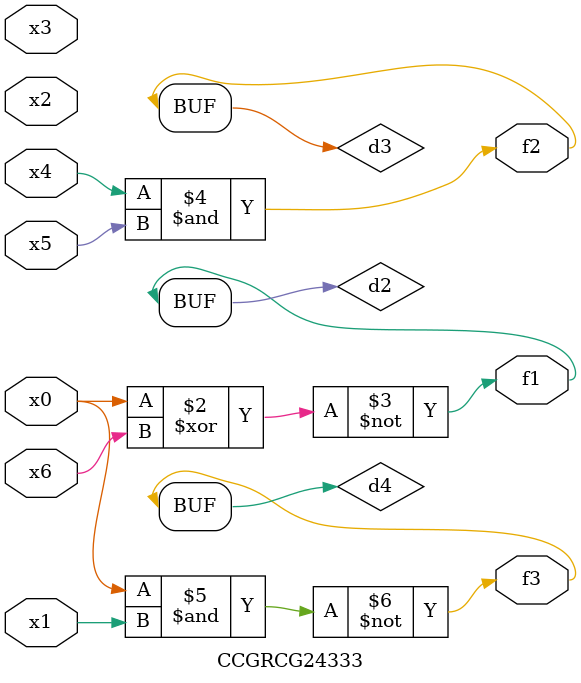
<source format=v>
module CCGRCG24333(
	input x0, x1, x2, x3, x4, x5, x6,
	output f1, f2, f3
);

	wire d1, d2, d3, d4;

	nor (d1, x0);
	xnor (d2, x0, x6);
	and (d3, x4, x5);
	nand (d4, x0, x1);
	assign f1 = d2;
	assign f2 = d3;
	assign f3 = d4;
endmodule

</source>
